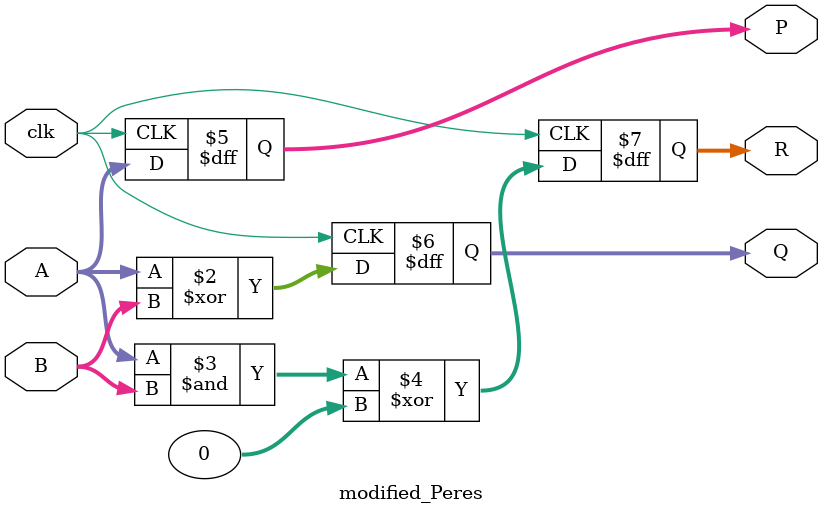
<source format=v>

module modified_Peres (
    input clk,
    input [31:0] A,
    input [31:0] B,
    output reg [31:0] P,
    output reg [31:0] Q,
    output reg [31:0] R
);

parameter C=1'b0;

always @ (posedge clk) begin
    P <= A;                  // P = A
    Q <= A ^ B;              // Q = A XOR B
    R <= (A & B) ^ {32{C}};        // R = (A AND B) XOR C
end

endmodule
</source>
